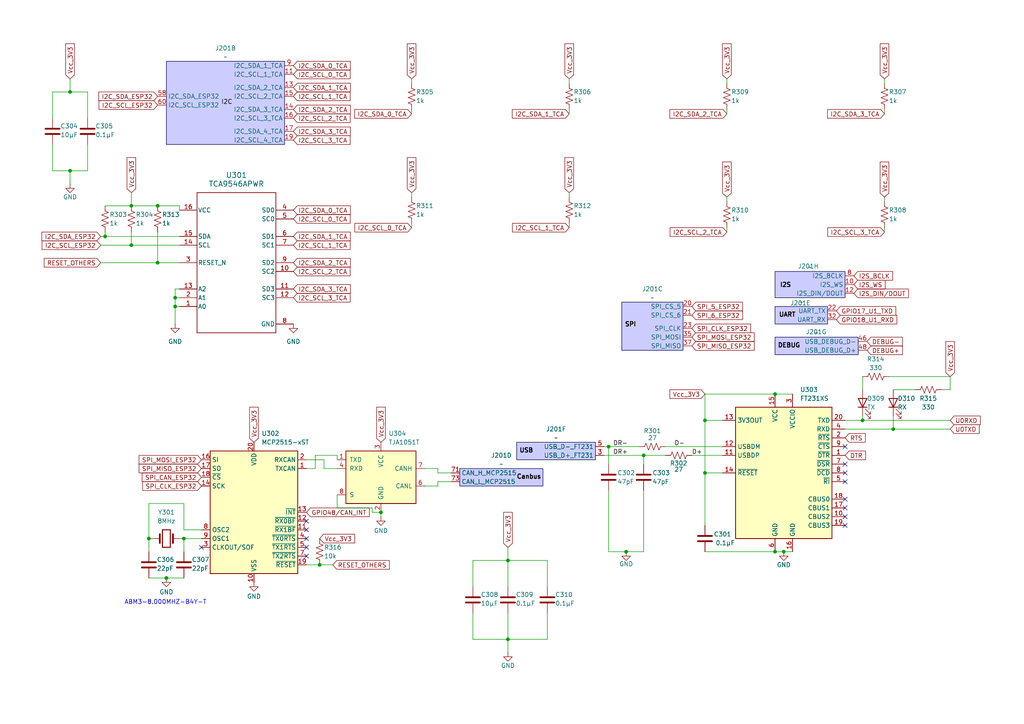
<source format=kicad_sch>
(kicad_sch (version 20231120) (generator "eeschema") (generator_version "8.0")
  (paper "A4")
  (lib_symbols
    (symbol "2024-07-09_21-28-53:TCA9546APWR" (pin_names (offset 0.254))
      (property "Reference" "U" (at 0 2.54 0))
      (property "Value" "TCA9546APWR" (at 0 0 0))
      (symbol "TCA9546APWR_0_1"
        (polyline (pts (xy 5.08 -35.56) (xy 27.94 -35.56)) (stroke (width 0.2032)))
        (polyline (pts (xy 5.08 5.08) (xy 5.08 -35.56)) (stroke (width 0.2032)))
        (polyline (pts (xy 27.94 -35.56) (xy 27.94 5.08)) (stroke (width 0.2032)))
        (polyline (pts (xy 27.94 5.08) (xy 5.08 5.08)) (stroke (width 0.2032)))
        (pin input line (at 0 -27.94 0) (length 5.08) (name "A0") (number "1"))
        (pin bidirectional line (at 33.02 -17.78 180) (length 5.08) (name "SC2") (number "10"))
        (pin bidirectional line (at 33.02 -22.86 180) (length 5.08) (name "SD3") (number "11"))
        (pin bidirectional line (at 33.02 -25.4 180) (length 5.08) (name "SC3") (number "12"))
        (pin input line (at 0 -22.86 0) (length 5.08) (name "A2") (number "13"))
        (pin bidirectional line (at 0 -10.16 0) (length 5.08) (name "SCL") (number "14"))
        (pin bidirectional line (at 0 -7.62 0) (length 5.08) (name "SDA") (number "15"))
        (pin power_in line (at 0 0 0) (length 5.08) (name "VCC") (number "16"))
        (pin input line (at 0 -25.4 0) (length 5.08) (name "A1") (number "2"))
        (pin input line (at 0 -15.24 0) (length 5.08) (name "RESET_N") (number "3"))
        (pin bidirectional line (at 33.02 0 180) (length 5.08) (name "SD0") (number "4"))
        (pin bidirectional line (at 33.02 -2.54 180) (length 5.08) (name "SC0") (number "5"))
        (pin bidirectional line (at 33.02 -7.62 180) (length 5.08) (name "SD1") (number "6"))
        (pin bidirectional line (at 33.02 -10.16 180) (length 5.08) (name "SC1") (number "7"))
        (pin power_in line (at 33.02 -33.02 180) (length 5.08) (name "GND") (number "8"))
        (pin bidirectional line (at 33.02 -15.24 180) (length 5.08) (name "SD2") (number "9"))
      )
    )
    (symbol "Device:C" (pin_numbers hide) (pin_names (offset 0.254))
      (property "Reference" "C" (at 0.635 2.54 0))
      (property "Value" "C" (at 0.635 -2.54 0))
      (symbol "C_0_1"
        (polyline (pts (xy -2.032 -0.762) (xy 2.032 -0.762)) (stroke (width 0.508)))
        (polyline (pts (xy -2.032 0.762) (xy 2.032 0.762)) (stroke (width 0.508)))
      )
      (symbol "C_1_1"
        (pin passive line (at 0 3.81 270) (length 2.794) (name "~") (number "1"))
        (pin passive line (at 0 -3.81 90) (length 2.794) (name "~") (number "2"))
      )
    )
    (symbol "Device:Crystal" (pin_numbers hide) (pin_names (offset 1.016) hide)
      (property "Reference" "Y" (at 0 3.81 0))
      (property "Value" "Crystal" (at 0 -3.81 0))
      (symbol "Crystal_0_1"
        (rectangle (start -1.143 2.54) (end 1.143 -2.54) (stroke (width 0.3048)))
        (polyline (pts (xy -2.54 0) (xy -1.905 0)))
        (polyline (pts (xy -1.905 -1.27) (xy -1.905 1.27)) (stroke (width 0.508)))
        (polyline (pts (xy 1.905 -1.27) (xy 1.905 1.27)) (stroke (width 0.508)))
        (polyline (pts (xy 2.54 0) (xy 1.905 0)))
      )
      (symbol "Crystal_1_1"
        (pin passive line (at -3.81 0 0) (length 1.27) (name "1") (number "1"))
        (pin passive line (at 3.81 0 180) (length 1.27) (name "2") (number "2"))
      )
    )
    (symbol "Device:LED" (pin_numbers hide) (pin_names (offset 1.016) hide)
      (property "Reference" "D" (at 0 2.54 0))
      (property "Value" "LED" (at 0 -2.54 0))
      (symbol "LED_0_1"
        (polyline (pts (xy -1.27 -1.27) (xy -1.27 1.27)) (stroke (width 0.254)))
        (polyline (pts (xy -1.27 0) (xy 1.27 0)))
        (polyline (pts (xy 1.27 -1.27) (xy 1.27 1.27) (xy -1.27 0) (xy 1.27 -1.27)) (stroke (width 0.254)))
        (polyline (pts (xy -3.048 -0.762) (xy -4.572 -2.286) (xy -3.81 -2.286) (xy -4.572 -2.286) (xy -4.572 -1.524)))
        (polyline (pts (xy -1.778 -0.762) (xy -3.302 -2.286) (xy -2.54 -2.286) (xy -3.302 -2.286) (xy -3.302 -1.524)))
      )
      (symbol "LED_1_1"
        (pin passive line (at -3.81 0 0) (length 2.54) (name "K") (number "1"))
        (pin passive line (at 3.81 0 180) (length 2.54) (name "A") (number "2"))
      )
    )
    (symbol "Device:R_US" (pin_numbers hide) (pin_names (offset 0))
      (property "Reference" "R" (at 2.54 0 90))
      (property "Value" "R_US" (at -2.54 0 90))
      (symbol "R_US_0_1"
        (polyline (pts (xy 0 -2.286) (xy 0 -2.54)))
        (polyline (pts (xy 0 2.286) (xy 0 2.54)))
        (polyline (pts (xy 0 -0.762) (xy 1.016 -1.143) (xy 0 -1.524) (xy -1.016 -1.905) (xy 0 -2.286)))
        (polyline (pts (xy 0 0.762) (xy 1.016 0.381) (xy 0 0) (xy -1.016 -0.381) (xy 0 -0.762)))
        (polyline (pts (xy 0 2.286) (xy 1.016 1.905) (xy 0 1.524) (xy -1.016 1.143) (xy 0 0.762)))
      )
      (symbol "R_US_1_1"
        (pin passive line (at 0 3.81 270) (length 1.27) (name "~") (number "1"))
        (pin passive line (at 0 -3.81 90) (length 1.27) (name "~") (number "2"))
      )
    )
    (symbol "Interface_CAN_LIN:MCP2515-xST"
      (property "Reference" "U" (at -10.16 19.685 0))
      (property "Value" "MCP2515-xST" (at 19.05 20.32 0))
      (symbol "MCP2515-xST_0_1"
        (rectangle (start -12.7 17.78) (end 12.7 -17.78) (stroke (width 0.254)) (fill (type background)))
      )
      (symbol "MCP2515-xST_1_1"
        (pin output line (at 15.24 12.7 180) (length 2.54) (name "TXCAN") (number "1"))
        (pin power_in line (at 0 -20.32 90) (length 2.54) (name "VSS") (number "10"))
        (pin output line (at 15.24 -5.08 180) (length 2.54) (name "~{RX1BF}") (number "11"))
        (pin output line (at 15.24 -2.54 180) (length 2.54) (name "~{RX0BF}") (number "12"))
        (pin output line (at 15.24 0 180) (length 2.54) (name "~{INT}") (number "13"))
        (pin input line (at -15.24 7.62 0) (length 2.54) (name "SCK") (number "14"))
        (pin no_connect line (at -12.7 -2.54 0) (length 2.54) hide (name "NC") (number "15"))
        (pin input line (at -15.24 15.24 0) (length 2.54) (name "SI") (number "16"))
        (pin output line (at -15.24 12.7 0) (length 2.54) (name "SO") (number "17"))
        (pin input line (at -15.24 10.16 0) (length 2.54) (name "~{CS}") (number "18"))
        (pin input line (at 15.24 -15.24 180) (length 2.54) (name "~{RESET}") (number "19"))
        (pin input line (at 15.24 15.24 180) (length 2.54) (name "RXCAN") (number "2"))
        (pin power_in line (at 0 20.32 270) (length 2.54) (name "VDD") (number "20"))
        (pin output line (at -15.24 -10.16 0) (length 2.54) (name "CLKOUT/SOF") (number "3"))
        (pin input line (at 15.24 -7.62 180) (length 2.54) (name "~{TX0RTS}") (number "4"))
        (pin input line (at 15.24 -10.16 180) (length 2.54) (name "~{TX1RTS}") (number "5"))
        (pin no_connect line (at -12.7 0 0) (length 2.54) hide (name "NC") (number "6"))
        (pin input line (at 15.24 -12.7 180) (length 2.54) (name "~{TX2RTS}") (number "7"))
        (pin output line (at -15.24 -5.08 0) (length 2.54) (name "OSC2") (number "8"))
        (pin input line (at -15.24 -7.62 0) (length 2.54) (name "OSC1") (number "9"))
      )
    )
    (symbol "Interface_CAN_LIN:TJA1051T" (pin_names (offset 1.016))
      (property "Reference" "U" (at -10.16 8.89 0))
      (property "Value" "TJA1051T" (at 1.27 8.89 0))
      (symbol "TJA1051T_0_1"
        (rectangle (start -10.16 7.62) (end 10.16 -7.62) (stroke (width 0.254)) (fill (type background)))
      )
      (symbol "TJA1051T_1_1"
        (pin input line (at -12.7 5.08 0) (length 2.54) (name "TXD") (number "1"))
        (pin power_in line (at 0 -10.16 90) (length 2.54) (name "GND") (number "2"))
        (pin power_in line (at 0 10.16 270) (length 2.54) (name "VCC") (number "3"))
        (pin output line (at -12.7 2.54 0) (length 2.54) (name "RXD") (number "4"))
        (pin no_connect line (at -10.16 -2.54 0) (length 2.54) hide (name "NC") (number "5"))
        (pin bidirectional line (at 12.7 -2.54 180) (length 2.54) (name "CANL") (number "6"))
        (pin bidirectional line (at 12.7 2.54 180) (length 2.54) (name "CANH") (number "7"))
        (pin input line (at -12.7 -5.08 0) (length 2.54) (name "S") (number "8"))
      )
    )
    (symbol "Interface_USB:FT231XS"
      (property "Reference" "U" (at -13.97 20.32 0))
      (property "Value" "FT231XS" (at 7.62 20.32 0))
      (symbol "FT231XS_0_1"
        (rectangle (start -13.97 19.05) (end 13.97 -19.05) (stroke (width 0.254)) (fill (type background)))
      )
      (symbol "FT231XS_1_1"
        (pin output line (at 17.78 5.08 180) (length 3.81) (name "~{DTR}") (number "1"))
        (pin bidirectional line (at 17.78 -12.7 180) (length 3.81) (name "CBUS2") (number "10"))
        (pin bidirectional line (at -17.78 5.08 0) (length 3.81) (name "USBDP") (number "11"))
        (pin bidirectional line (at -17.78 7.62 0) (length 3.81) (name "USBDM") (number "12"))
        (pin power_out line (at -17.78 15.24 0) (length 3.81) (name "3V3OUT") (number "13"))
        (pin input line (at -17.78 0 0) (length 3.81) (name "~{RESET}") (number "14"))
        (pin power_in line (at -2.54 22.86 270) (length 3.81) (name "VCC") (number "15"))
        (pin power_in line (at 2.54 -22.86 90) (length 3.81) (name "GND") (number "16"))
        (pin bidirectional line (at 17.78 -10.16 180) (length 3.81) (name "CBUS1") (number "17"))
        (pin bidirectional line (at 17.78 -7.62 180) (length 3.81) (name "CBUS0") (number "18"))
        (pin bidirectional line (at 17.78 -15.24 180) (length 3.81) (name "CBUS3") (number "19"))
        (pin output line (at 17.78 10.16 180) (length 3.81) (name "~{RTS}") (number "2"))
        (pin output line (at 17.78 15.24 180) (length 3.81) (name "TXD") (number "20"))
        (pin power_in line (at 2.54 22.86 270) (length 3.81) (name "VCCIO") (number "3"))
        (pin input line (at 17.78 12.7 180) (length 3.81) (name "RXD") (number "4"))
        (pin input line (at 17.78 -2.54 180) (length 3.81) (name "~{RI}") (number "5"))
        (pin power_in line (at -2.54 -22.86 90) (length 3.81) (name "GND") (number "6"))
        (pin input line (at 17.78 2.54 180) (length 3.81) (name "~{DSR}") (number "7"))
        (pin input line (at 17.78 0 180) (length 3.81) (name "~{DCD}") (number "8"))
        (pin input line (at 17.78 7.62 180) (length 3.81) (name "~{CTS}") (number "9"))
      )
    )
    (symbol "connecteur_m2_key_E:connecteur_SOM_ESP32"
      (property "Reference" "J" (at 0.254 16.51 0))
      (symbol "connecteur_SOM_ESP32_1_1"
        (rectangle (start -13.97 7.62) (end 13.97 -27.94) (stroke (width 0) (color 72 0 0 1)) (fill (type color) (color 255 0 0 0.52)))
        (text "Pins d'alimentation\n&\nResets" (at 0 -9.144 0) (effects (font (size 1.27 1.27) (bold yes))))
        (pin power_in line (at 16.51 6.35 180) (length 2.54) (name "GND") (number "1"))
        (pin power_in line (at 16.51 1.27 180) (length 2.54) (name "GND") (number "18"))
        (pin power_in line (at -16.51 6.35 0) (length 2.54) (name "Vcc_3v3") (number "2"))
        (pin power_in line (at 16.51 -1.27 180) (length 2.54) (name "GND") (number "33"))
        (pin power_in line (at 16.51 -3.81 180) (length 2.54) (name "GND") (number "38"))
        (pin power_in line (at 16.51 -6.35 180) (length 2.54) (name "GND") (number "39"))
        (pin power_in line (at -16.51 3.81 0) (length 2.54) (name "Vcc_3v3") (number "4"))
        (pin power_in line (at 16.51 -8.89 180) (length 2.54) (name "GND") (number "45"))
        (pin power_in line (at 16.51 -11.43 180) (length 2.54) (name "GND") (number "51"))
        (pin bidirectional line (at -16.51 1.27 0) (length 2.54) (name "RESET_AUTRES") (number "54"))
        (pin power_in line (at 16.51 -13.97 180) (length 2.54) (name "GND") (number "55"))
        (pin bidirectional line (at -16.51 -21.59 0) (length 2.54) (name "RESET_ESP32") (number "56"))
        (pin power_in line (at 16.51 -16.51 180) (length 2.54) (name "GND") (number "57"))
        (pin power_in line (at 16.51 -19.05 180) (length 2.54) (name "GND") (number "62"))
        (pin power_in line (at 16.51 -21.59 180) (length 2.54) (name "GND") (number "63"))
        (pin power_in line (at 16.51 -24.13 180) (length 2.54) (name "GND") (number "69"))
        (pin power_in line (at 16.51 3.81 180) (length 2.54) (name "GND") (number "7"))
        (pin power_in line (at -16.51 -24.13 0) (length 2.54) (name "Vcc_3v3") (number "72"))
        (pin power_in line (at -16.51 -26.67 0) (length 2.54) (name "Vcc_3v3") (number "74"))
        (pin power_in line (at 16.51 -26.67 180) (length 2.54) (name "GND") (number "75"))
      )
      (symbol "connecteur_SOM_ESP32_2_1"
        (rectangle (start -17.78 11.43) (end 16.51 -12.7) (stroke (width 0) (color 0 0 72 1)) (fill (type color) (color 0 0 255 0.2)))
        (text "I2C" (at -0.254 -0.254 0) (effects (font (size 1.27 1.27))))
        (pin bidirectional line (at 19.05 7.62 180) (length 2.54) (name "I2C_SCL_1_TCA") (number "11"))
        (pin bidirectional line (at 19.05 3.81 180) (length 2.54) (name "I2C_SDA_2_TCA") (number "13"))
        (pin bidirectional line (at 19.05 -2.54 180) (length 2.54) (name "I2C_SDA_3_TCA") (number "14"))
        (pin bidirectional line (at 19.05 1.27 180) (length 2.54) (name "I2C_SCL_2_TCA") (number "15"))
        (pin bidirectional line (at 19.05 -5.08 180) (length 2.54) (name "I2C_SCL_3_TCA") (number "16"))
        (pin bidirectional line (at 19.05 -8.89 180) (length 2.54) (name "I2C_SDA_4_TCA") (number "17"))
        (pin bidirectional line (at 19.05 -11.43 180) (length 2.54) (name "I2C_SCL_4_TCA") (number "19"))
        (pin bidirectional line (at -20.32 1.27 0) (length 2.54) (name "I2C_SDA_ESP32") (number "58"))
        (pin bidirectional line (at -20.32 -1.27 0) (length 2.54) (name "I2C_SCL_ESP32") (number "60"))
        (pin bidirectional line (at 19.05 10.16 180) (length 2.54) (name "I2C_SDA_1_TCA") (number "9"))
      )
      (symbol "connecteur_SOM_ESP32_3_1"
        (rectangle (start -2.54 6.35) (end 15.24 -7.62) (stroke (width 0) (color 0 0 72 1)) (fill (type color) (color 0 0 255 0.2)))
        (text "SPI" (at 0 0 0) (effects (font (size 1.27 1.27) (bold yes))))
        (pin bidirectional line (at 17.78 5.08 180) (length 2.54) (name "SPI_CS_5") (number "20"))
        (pin bidirectional line (at 17.78 2.54 180) (length 2.54) (name "SPI_CS_6") (number "21"))
        (pin bidirectional line (at 17.78 -1.27 180) (length 2.54) (name "SPI_CLK") (number "23"))
        (pin bidirectional line (at 17.78 -3.81 180) (length 2.54) (name "SPI_MOSI") (number "35"))
        (pin bidirectional line (at 17.78 -6.35 180) (length 2.54) (name "SPI_MISO") (number "37"))
      )
      (symbol "connecteur_SOM_ESP32_4_1"
        (rectangle (start -13.97 2.54) (end 10.16 -2.54) (stroke (width 0) (color 0 0 72 1)) (fill (type color) (color 0 0 255 0.2)))
        (text "Canbus" (at -9.906 0.254 0) (effects (font (size 1.27 1.27) (bold yes))))
        (pin bidirectional line (at 12.7 1.27 180) (length 2.54) (name "CAN_H_MCP2515") (number "71"))
        (pin bidirectional line (at 12.7 -1.27 180) (length 2.54) (name "CAN_L_MCP2515") (number "73"))
      )
      (symbol "connecteur_SOM_ESP32_5_1"
        (rectangle (start -3.81 2.54) (end 11.43 -2.54) (stroke (width 0) (color 0 0 72 1)) (fill (type color) (color 0 0 255 0.2)))
        (text "UART" (at -0.254 0.254 0) (effects (font (size 1.27 1.27) (bold yes))))
        (pin bidirectional line (at 13.97 1.27 180) (length 2.54) (name "UART_TX") (number "22"))
        (pin bidirectional line (at 13.97 -1.27 180) (length 2.54) (name "UART_RX") (number "32"))
      )
      (symbol "connecteur_SOM_ESP32_6_1"
        (rectangle (start -11.43 2.54) (end 11.43 -2.54) (stroke (width 0) (color 0 0 72 1)) (fill (type color) (color 0 0 255 0.2)))
        (text "USB" (at -8.636 0.254 0) (effects (font (size 1.27 1.27) (bold yes))))
        (pin bidirectional line (at 13.97 -1.27 180) (length 2.54) (name "USB_D+_FT231") (number "3"))
        (pin bidirectional line (at 13.97 1.27 180) (length 2.54) (name "USB_D-_FT231") (number "5"))
      )
      (symbol "connecteur_SOM_ESP32_7_1"
        (rectangle (start -12.7 2.54) (end 11.43 -2.54) (stroke (width 0) (color 0 0 72 1)) (fill (type color) (color 0 0 255 0.2)))
        (text "DEBUG" (at -8.636 0.254 0) (effects (font (size 1.27 1.27) (bold yes))))
        (pin bidirectional line (at 13.97 1.27 180) (length 2.54) (name "USB_DEBUG_D-") (number "46"))
        (pin bidirectional line (at 13.97 -1.27 180) (length 2.54) (name "USB_DEBUG_D+") (number "48"))
      )
      (symbol "connecteur_SOM_ESP32_8_1"
        (rectangle (start -8.89 5.08) (end 11.43 -2.54) (stroke (width 0) (color 0 0 72 1)) (fill (type color) (color 0 0 255 0.2)))
        (text "I2S" (at -5.842 1.27 0) (effects (font (size 1.27 1.27) (bold yes))))
        (pin bidirectional line (at 13.97 1.27 180) (length 2.54) (name "I2S_WS") (number "10"))
        (pin bidirectional line (at 13.97 -1.27 180) (length 2.54) (name "I2S_DIN/DOUT") (number "12"))
        (pin bidirectional line (at 13.97 3.81 180) (length 2.54) (name "I2S_BCLK") (number "8"))
      )
      (symbol "connecteur_SOM_ESP32_9_1"
        (rectangle (start -16.51 3.81) (end 16.51 -10.16) (fill (type color) (color 255 153 0 0.3)))
        (text "Pins analogue\n<-Input\nOutput->" (at -0.254 -5.842 0) (effects (font (size 1.27 1.27) (bold yes))))
        (pin bidirectional line (at -19.05 1.27 0) (length 2.54) (name "DAC_1_MCP48") (number "59"))
        (pin bidirectional line (at -19.05 -1.27 0) (length 2.54) (name "DAC_2_MCP48") (number "61"))
        (pin power_in line (at 19.05 1.27 180) (length 2.54) (name "ADC_1_MCP3202") (number "65"))
        (pin power_in line (at 19.05 -1.27 180) (length 2.54) (name "ADC_2_MCP3202") (number "67"))
      )
      (symbol "connecteur_SOM_ESP32_10_1"
        (rectangle (start -19.05 5.08) (end 6.35 -5.08) (stroke (width 0) (color 0 72 0 1)) (fill (type color) (color 0 132 0 0.3)))
        (text "Sortie PWM\n" (at -13.208 0.254 0) (effects (font (size 1.27 1.27))))
        (pin output line (at 8.89 3.81 180) (length 2.54) (name "PWM_1_PCA") (number "64"))
        (pin output line (at 8.89 1.27 180) (length 2.54) (name "PWM_2_PCA") (number "66"))
        (pin output line (at 8.89 -1.27 180) (length 2.54) (name "PWM_3_PCA") (number "68"))
        (pin output line (at 8.89 -3.81 180) (length 2.54) (name "PWM_4_PCA") (number "70"))
      )
      (symbol "connecteur_SOM_ESP32_11_1"
        (rectangle (start -12.7 7.62) (end 13.97 -5.08) (stroke (width 0) (color 0 72 0 1)) (fill (type color) (color 0 132 0 0.3)))
        (text "ESP32\n" (at 0.508 -2.794 0) (effects (font (size 1.27 1.27))))
        (text "GPIO pins" (at 0.508 5.842 0) (effects (font (size 1.27 1.27))))
        (pin bidirectional line (at 16.51 -1.27 180) (length 2.54) (name "GPIO47") (number "34"))
        (pin bidirectional line (at 16.51 -3.81 180) (length 2.54) (name "GPIO48") (number "36"))
        (pin bidirectional line (at -15.24 6.35 0) (length 2.54) (name "GPIO15") (number "40"))
        (pin bidirectional line (at -15.24 3.81 0) (length 2.54) (name "GPIO16") (number "41"))
        (pin bidirectional line (at -15.24 1.27 0) (length 2.54) (name "NC") (number "42"))
        (pin bidirectional line (at -15.24 -1.27 0) (length 2.54) (name "NC") (number "43"))
        (pin bidirectional line (at -15.24 -3.81 0) (length 2.54) (name "NC") (number "44"))
        (pin bidirectional line (at 16.51 6.35 180) (length 2.54) (name "NC") (number "52"))
        (pin bidirectional line (at 16.51 3.81 180) (length 2.54) (name "NC") (number "53"))
        (pin bidirectional line (at 16.51 1.27 180) (length 2.54) (name "GPIO38&LED") (number "6"))
      )
      (symbol "connecteur_SOM_ESP32_12_1"
        (rectangle (start -8.89 3.81) (end 8.89 -3.81) (fill (type color) (color 255 255 0 0.4)))
        (text "Sortie\nclock" (at -5.334 0 0) (effects (font (size 1.27 1.27) (bold yes))))
        (pin output line (at 11.43 2.54 180) (length 2.54) (name "REFCLKn/NC") (number "47"))
        (pin output line (at 11.43 0 180) (length 2.54) (name "REFCLKp/NC") (number "49"))
        (pin output line (at 11.43 -2.54 180) (length 2.54) (name "SUSCLK") (number "50"))
      )
    )
    (symbol "power:GND" (power) (pin_numbers hide) (pin_names (offset 0) hide)
      (property "Value" "GND" (at 0 -3.81 0))
      (symbol "GND_0_1"
        (polyline (pts (xy 0 0) (xy 0 -1.27) (xy 1.27 -1.27) (xy 0 -2.54) (xy -1.27 -1.27) (xy 0 -1.27)))
      )
      (symbol "GND_1_1"
        (pin power_in line (at 0 0 270) (length 0) (name "~") (number "1"))
      )
    )
  )
  (junction (at 110.49 148.59))
  (junction (at 181.61 160.02))
  (junction (at 92.71 163.83))
  (junction (at 45.72 76.2))
  (junction (at 227.33 160.02))
  (junction (at 38.1 71.12))
  (junction (at 250.19 121.92))
  (junction (at 259.08 124.46))
  (junction (at 50.8 88.9))
  (junction (at 48.26 167.64))
  (junction (at 224.79 160.02))
  (junction (at 38.1 59.69))
  (junction (at 20.32 49.53))
  (junction (at 147.32 162.56))
  (junction (at 50.8 86.36))
  (junction (at 147.32 185.42))
  (junction (at 186.69 132.08))
  (junction (at 20.32 26.67))
  (junction (at 45.72 59.69))
  (junction (at 204.47 137.16))
  (junction (at 53.34 156.21))
  (junction (at 204.47 121.92))
  (junction (at 176.53 129.54))
  (junction (at 224.79 114.3))
  (junction (at 43.18 156.21))
  (junction (at 30.48 68.58))
  (no_connect (at 88.9 161.29))
  (no_connect (at 245.11 147.32))
  (no_connect (at 245.11 139.7))
  (no_connect (at 245.11 144.78))
  (no_connect (at 88.9 153.67))
  (no_connect (at 88.9 151.13))
  (no_connect (at 88.9 158.75))
  (no_connect (at 88.9 156.21))
  (no_connect (at 245.11 129.54))
  (no_connect (at 58.42 158.75))
  (no_connect (at 245.11 149.86))
  (no_connect (at 245.11 134.62))
  (no_connect (at 245.11 152.4))
  (no_connect (at 245.11 137.16))
  (wire (pts (xy 123.19 135.89) (xy 127 135.89)))
  (wire (pts (xy 44.45 156.21) (xy 43.18 156.21)))
  (wire (pts (xy 52.07 156.21) (xy 53.34 156.21)))
  (wire (pts (xy 256.54 22.86) (xy 256.54 24.13)))
  (wire (pts (xy 245.11 121.92) (xy 250.19 121.92)))
  (wire (pts (xy 97.79 147.32) (xy 107.95 147.32)))
  (wire (pts (xy 147.32 162.56) (xy 158.75 162.56)))
  (wire (pts (xy 186.69 142.24) (xy 186.69 160.02)))
  (wire (pts (xy 176.53 142.24) (xy 176.53 160.02)))
  (wire (pts (xy 38.1 59.69) (xy 30.48 59.69)))
  (wire (pts (xy 204.47 121.92) (xy 209.55 121.92)))
  (wire (pts (xy 45.72 76.2) (xy 52.07 76.2)))
  (wire (pts (xy 53.34 156.21) (xy 58.42 156.21)))
  (wire (pts (xy 53.34 146.05) (xy 53.34 153.67)))
  (wire (pts (xy 227.33 160.02) (xy 229.87 160.02)))
  (wire (pts (xy 204.47 121.92) (xy 204.47 114.3)))
  (wire (pts (xy 119.38 64.77) (xy 119.38 66.04)))
  (wire (pts (xy 137.16 170.18) (xy 137.16 162.56)))
  (wire (pts (xy 176.53 129.54) (xy 175.26 129.54)))
  (wire (pts (xy 185.42 129.54) (xy 176.53 129.54)))
  (wire (pts (xy 29.21 68.58) (xy 30.48 68.58)))
  (wire (pts (xy 147.32 189.23) (xy 147.32 185.42)))
  (wire (pts (xy 127 140.97) (xy 127 139.7)))
  (wire (pts (xy 165.1 64.77) (xy 165.1 66.04)))
  (wire (pts (xy 137.16 185.42) (xy 137.16 177.8)))
  (wire (pts (xy 97.79 132.08) (xy 97.79 133.35)))
  (wire (pts (xy 58.42 153.67) (xy 53.34 153.67)))
  (wire (pts (xy 250.19 120.65) (xy 250.19 121.92)))
  (wire (pts (xy 29.21 71.12) (xy 38.1 71.12)))
  (wire (pts (xy 186.69 160.02) (xy 181.61 160.02)))
  (wire (pts (xy 186.69 132.08) (xy 186.69 134.62)))
  (wire (pts (xy 257.81 109.22) (xy 275.59 109.22)))
  (wire (pts (xy 93.98 135.89) (xy 97.79 135.89)))
  (wire (pts (xy 147.32 185.42) (xy 158.75 185.42)))
  (wire (pts (xy 15.24 34.29) (xy 15.24 26.67)))
  (wire (pts (xy 52.07 59.69) (xy 45.72 59.69)))
  (wire (pts (xy 50.8 83.82) (xy 50.8 86.36)))
  (wire (pts (xy 210.82 22.86) (xy 210.82 24.13)))
  (wire (pts (xy 93.98 133.35) (xy 93.98 135.89)))
  (wire (pts (xy 175.26 132.08) (xy 186.69 132.08)))
  (wire (pts (xy 53.34 146.05) (xy 43.18 146.05)))
  (wire (pts (xy 200.66 132.08) (xy 209.55 132.08)))
  (wire (pts (xy 137.16 162.56) (xy 147.32 162.56)))
  (wire (pts (xy 30.48 67.31) (xy 30.48 68.58)))
  (wire (pts (xy 123.19 140.97) (xy 127 140.97)))
  (wire (pts (xy 92.71 163.83) (xy 96.52 163.83)))
  (wire (pts (xy 38.1 67.31) (xy 38.1 71.12)))
  (wire (pts (xy 193.04 129.54) (xy 209.55 129.54)))
  (wire (pts (xy 52.07 83.82) (xy 50.8 83.82)))
  (wire (pts (xy 20.32 26.67) (xy 25.4 26.67)))
  (wire (pts (xy 127 135.89) (xy 127 137.16)))
  (wire (pts (xy 25.4 26.67) (xy 25.4 34.29)))
  (wire (pts (xy 250.19 121.92) (xy 275.59 121.92)))
  (wire (pts (xy 43.18 167.64) (xy 48.26 167.64)))
  (wire (pts (xy 127 139.7) (xy 130.81 139.7)))
  (wire (pts (xy 204.47 160.02) (xy 224.79 160.02)))
  (wire (pts (xy 275.59 113.03) (xy 273.05 113.03)))
  (wire (pts (xy 50.8 93.98) (xy 50.8 88.9)))
  (wire (pts (xy 275.59 109.22) (xy 275.59 113.03)))
  (wire (pts (xy 147.32 177.8) (xy 147.32 185.42)))
  (wire (pts (xy 259.08 120.65) (xy 259.08 124.46)))
  (wire (pts (xy 43.18 156.21) (xy 43.18 160.02)))
  (wire (pts (xy 50.8 86.36) (xy 52.07 86.36)))
  (wire (pts (xy 127 137.16) (xy 130.81 137.16)))
  (wire (pts (xy 50.8 88.9) (xy 52.07 88.9)))
  (wire (pts (xy 137.16 185.42) (xy 147.32 185.42)))
  (wire (pts (xy 30.48 68.58) (xy 52.07 68.58)))
  (wire (pts (xy 38.1 71.12) (xy 52.07 71.12)))
  (wire (pts (xy 256.54 66.04) (xy 256.54 67.31)))
  (wire (pts (xy 176.53 129.54) (xy 176.53 134.62)))
  (wire (pts (xy 15.24 26.67) (xy 20.32 26.67)))
  (wire (pts (xy 52.07 60.96) (xy 52.07 59.69)))
  (wire (pts (xy 91.44 132.08) (xy 97.79 132.08)))
  (wire (pts (xy 15.24 49.53) (xy 15.24 41.91)))
  (wire (pts (xy 88.9 135.89) (xy 91.44 135.89)))
  (wire (pts (xy 158.75 177.8) (xy 158.75 185.42)))
  (wire (pts (xy 20.32 49.53) (xy 25.4 49.53)))
  (wire (pts (xy 45.72 67.31) (xy 45.72 76.2)))
  (wire (pts (xy 88.9 133.35) (xy 93.98 133.35)))
  (wire (pts (xy 92.71 163.83) (xy 88.9 163.83)))
  (wire (pts (xy 43.18 146.05) (xy 43.18 156.21)))
  (wire (pts (xy 53.34 156.21) (xy 53.34 160.02)))
  (wire (pts (xy 20.32 49.53) (xy 15.24 49.53)))
  (wire (pts (xy 165.1 31.75) (xy 165.1 33.02)))
  (wire (pts (xy 38.1 55.88) (xy 38.1 59.69)))
  (wire (pts (xy 107.95 148.59) (xy 110.49 148.59)))
  (wire (pts (xy 119.38 55.88) (xy 119.38 57.15)))
  (wire (pts (xy 210.82 57.15) (xy 210.82 58.42)))
  (wire (pts (xy 119.38 22.86) (xy 119.38 24.13)))
  (wire (pts (xy 45.72 59.69) (xy 38.1 59.69)))
  (wire (pts (xy 91.44 135.89) (xy 91.44 132.08)))
  (wire (pts (xy 147.32 158.75) (xy 147.32 162.56)))
  (wire (pts (xy 119.38 31.75) (xy 119.38 33.02)))
  (wire (pts (xy 256.54 31.75) (xy 256.54 33.02)))
  (wire (pts (xy 20.32 22.86) (xy 20.32 26.67)))
  (wire (pts (xy 45.72 76.2) (xy 29.21 76.2)))
  (wire (pts (xy 204.47 114.3) (xy 224.79 114.3)))
  (wire (pts (xy 204.47 137.16) (xy 204.47 152.4)))
  (wire (pts (xy 158.75 162.56) (xy 158.75 170.18)))
  (wire (pts (xy 186.69 132.08) (xy 193.04 132.08)))
  (wire (pts (xy 48.26 167.64) (xy 53.34 167.64)))
  (wire (pts (xy 224.79 114.3) (xy 229.87 114.3)))
  (wire (pts (xy 250.19 109.22) (xy 250.19 113.03)))
  (wire (pts (xy 147.32 162.56) (xy 147.32 170.18)))
  (wire (pts (xy 210.82 66.04) (xy 210.82 67.31)))
  (wire (pts (xy 110.49 149.86) (xy 110.49 148.59)))
  (wire (pts (xy 259.08 113.03) (xy 265.43 113.03)))
  (wire (pts (xy 25.4 41.91) (xy 25.4 49.53)))
  (wire (pts (xy 97.79 143.51) (xy 97.79 147.32)))
  (wire (pts (xy 165.1 22.86) (xy 165.1 24.13)))
  (wire (pts (xy 259.08 124.46) (xy 275.59 124.46)))
  (wire (pts (xy 209.55 137.16) (xy 204.47 137.16)))
  (wire (pts (xy 50.8 86.36) (xy 50.8 88.9)))
  (wire (pts (xy 256.54 57.15) (xy 256.54 58.42)))
  (wire (pts (xy 107.95 147.32) (xy 107.95 148.59)))
  (wire (pts (xy 165.1 55.88) (xy 165.1 57.15)))
  (wire (pts (xy 176.53 160.02) (xy 181.61 160.02)))
  (wire (pts (xy 224.79 160.02) (xy 227.33 160.02)))
  (wire (pts (xy 20.32 53.34) (xy 20.32 49.53)))
  (wire (pts (xy 210.82 31.75) (xy 210.82 33.02)))
  (wire (pts (xy 245.11 124.46) (xy 259.08 124.46)))
  (wire (pts (xy 204.47 137.16) (xy 204.47 121.92)))
  (text "ABM3-8.000MHZ-B4Y-T\n" (at 48.006 174.752 0) (effects (font (size 1.27 1.27))))
  (label "DR-" (at 177.8 129.54 0))
  (label "D+" (at 200.66 132.08 0))
  (label "D-" (at 195.58 129.54 0))
  (label "DR+" (at 177.8 132.08 0))
  (global_label "I2C_SCL_1_TCA" (shape input) (at 85.09 27.94 0) (property "Intersheetrefs" "${INTERSHEET_REFS}" (effects (hide yes))))
  (global_label "I2C_SCL_0_TCA" (shape input) (at 119.38 66.04 180) (property "Intersheetrefs" "${INTERSHEET_REFS}" (effects (hide yes))))
  (global_label "U0TXD" (shape input) (at 275.59 124.46 0) (property "Intersheetrefs" "${INTERSHEET_REFS}" (effects (hide yes))))
  (global_label "Vcc_3V3" (shape input) (at 119.38 55.88 90) (property "Intersheetrefs" "${INTERSHEET_REFS}" (effects (hide yes))))
  (global_label "U0RXD" (shape input) (at 275.59 121.92 0) (property "Intersheetrefs" "${INTERSHEET_REFS}" (effects (hide yes))))
  (global_label "I2C_SCL_1_TCA" (shape input) (at 165.1 66.04 180) (property "Intersheetrefs" "${INTERSHEET_REFS}" (effects (hide yes))))
  (global_label "Vcc_3V3" (shape input) (at 275.59 109.22 90) (property "Intersheetrefs" "${INTERSHEET_REFS}" (effects (hide yes))))
  (global_label "Vcc_3V3" (shape input) (at 256.54 57.15 90) (property "Intersheetrefs" "${INTERSHEET_REFS}" (effects (hide yes))))
  (global_label "RTS" (shape input) (at 245.11 127 0) (property "Intersheetrefs" "${INTERSHEET_REFS}" (effects (hide yes))))
  (global_label "I2C_SDA_0_TCA" (shape input) (at 85.09 60.96 0) (property "Intersheetrefs" "${INTERSHEET_REFS}" (effects (hide yes))))
  (global_label "SPI_MOSI_ESP32" (shape input) (at 58.42 133.35 180) (property "Intersheetrefs" "${INTERSHEET_REFS}" (effects (hide yes))))
  (global_label "I2C_SDA_ESP32" (shape input) (at 45.72 27.94 180) (property "Intersheetrefs" "${INTERSHEET_REFS}" (effects (hide yes))))
  (global_label "I2C_SDA_2_TCA" (shape input) (at 210.82 33.02 180) (property "Intersheetrefs" "${INTERSHEET_REFS}" (effects (hide yes))))
  (global_label "Vcc_3V3" (shape input) (at 147.32 158.75 90) (property "Intersheetrefs" "${INTERSHEET_REFS}" (effects (hide yes))))
  (global_label "I2C_SDA_ESP32" (shape input) (at 29.21 68.58 180) (property "Intersheetrefs" "${INTERSHEET_REFS}" (effects (hide yes))))
  (global_label "I2C_SCL_0_TCA" (shape input) (at 85.09 63.5 0) (property "Intersheetrefs" "${INTERSHEET_REFS}" (effects (hide yes))))
  (global_label "I2C_SCL_ESP32" (shape input) (at 29.21 71.12 180) (property "Intersheetrefs" "${INTERSHEET_REFS}" (effects (hide yes))))
  (global_label "I2C_SCL_2_TCA" (shape input) (at 210.82 67.31 180) (property "Intersheetrefs" "${INTERSHEET_REFS}" (effects (hide yes))))
  (global_label "I2C_SCL_1_TCA" (shape input) (at 85.09 71.12 0) (property "Intersheetrefs" "${INTERSHEET_REFS}" (effects (hide yes))))
  (global_label "RESET_OTHERS" (shape input) (at 29.21 76.2 180) (property "Intersheetrefs" "${INTERSHEET_REFS}" (effects (hide yes))))
  (global_label "Vcc_3V3" (shape input) (at 204.47 114.3 180) (property "Intersheetrefs" "${INTERSHEET_REFS}" (effects (hide yes))))
  (global_label "I2S_DIN{slash}DOUT" (shape input) (at 247.65 85.09 0) (property "Intersheetrefs" "${INTERSHEET_REFS}" (effects (hide yes))))
  (global_label "GPIO48{slash}CAN_INT" (shape input) (at 88.9 148.59 0) (property "Intersheetrefs" "${INTERSHEET_REFS}" (effects (hide yes))))
  (global_label "I2C_SDA_3_TCA" (shape input) (at 85.09 38.1 0) (property "Intersheetrefs" "${INTERSHEET_REFS}" (effects (hide yes))))
  (global_label "Vcc_3V3" (shape input) (at 73.66 128.27 90) (property "Intersheetrefs" "${INTERSHEET_REFS}" (effects (hide yes))))
  (global_label "Vcc_3V3" (shape input) (at 110.49 128.27 90) (property "Intersheetrefs" "${INTERSHEET_REFS}" (effects (hide yes))))
  (global_label "I2C_SCL_2_TCA" (shape input) (at 85.09 34.29 0) (property "Intersheetrefs" "${INTERSHEET_REFS}" (effects (hide yes))))
  (global_label "GPIO18_U1_RXD" (shape input) (at 242.57 92.71 0) (property "Intersheetrefs" "${INTERSHEET_REFS}" (effects (hide yes))))
  (global_label "I2C_SDA_1_TCA" (shape input) (at 85.09 68.58 0) (property "Intersheetrefs" "${INTERSHEET_REFS}" (effects (hide yes))))
  (global_label "DEBUG-" (shape input) (at 251.46 99.06 0) (property "Intersheetrefs" "${INTERSHEET_REFS}" (effects (hide yes))))
  (global_label "Vcc_3V3" (shape input) (at 210.82 22.86 90) (property "Intersheetrefs" "${INTERSHEET_REFS}" (effects (hide yes))))
  (global_label "Vcc_3V3" (shape input) (at 210.82 57.15 90) (property "Intersheetrefs" "${INTERSHEET_REFS}" (effects (hide yes))))
  (global_label "SPI_CLK_ESP32" (shape input) (at 58.42 140.97 180) (property "Intersheetrefs" "${INTERSHEET_REFS}" (effects (hide yes))))
  (global_label "Vcc_3V3" (shape input) (at 119.38 22.86 90) (property "Intersheetrefs" "${INTERSHEET_REFS}" (effects (hide yes))))
  (global_label "Vcc_3V3" (shape input) (at 38.1 55.88 90) (property "Intersheetrefs" "${INTERSHEET_REFS}" (effects (hide yes))))
  (global_label "I2C_SDA_1_TCA" (shape input) (at 85.09 25.4 0) (property "Intersheetrefs" "${INTERSHEET_REFS}" (effects (hide yes))))
  (global_label "SPI_6_ESP32" (shape input) (at 200.66 91.44 0) (property "Intersheetrefs" "${INTERSHEET_REFS}" (effects (hide yes))))
  (global_label "SPI_CAN_ESP32" (shape input) (at 58.42 138.43 180) (property "Intersheetrefs" "${INTERSHEET_REFS}" (effects (hide yes))))
  (global_label "SPI_5_ESP32" (shape input) (at 200.66 88.9 0) (property "Intersheetrefs" "${INTERSHEET_REFS}" (effects (hide yes))))
  (global_label "I2C_SDA_3_TCA" (shape input) (at 256.54 33.02 180) (property "Intersheetrefs" "${INTERSHEET_REFS}" (effects (hide yes))))
  (global_label "DTR" (shape input) (at 245.11 132.08 0) (property "Intersheetrefs" "${INTERSHEET_REFS}" (effects (hide yes))))
  (global_label "I2S_WS" (shape input) (at 247.65 82.55 0) (property "Intersheetrefs" "${INTERSHEET_REFS}" (effects (hide yes))))
  (global_label "SPI_CLK_ESP32" (shape input) (at 200.66 95.25 0) (property "Intersheetrefs" "${INTERSHEET_REFS}" (effects (hide yes))))
  (global_label "Vcc_3V3" (shape input) (at 256.54 22.86 90) (property "Intersheetrefs" "${INTERSHEET_REFS}" (effects (hide yes))))
  (global_label "GPIO17_U1_TXD" (shape input) (at 242.57 90.17 0) (property "Intersheetrefs" "${INTERSHEET_REFS}" (effects (hide yes))))
  (global_label "I2C_SDA_2_TCA" (shape input) (at 85.09 31.75 0) (property "Intersheetrefs" "${INTERSHEET_REFS}" (effects (hide yes))))
  (global_label "I2C_SDA_2_TCA" (shape input) (at 85.09 76.2 0) (property "Intersheetrefs" "${INTERSHEET_REFS}" (effects (hide yes))))
  (global_label "DEBUG+" (shape input) (at 251.46 101.6 0) (property "Intersheetrefs" "${INTERSHEET_REFS}" (effects (hide yes))))
  (global_label "I2C_SCL_3_TCA" (shape input) (at 85.09 86.36 0) (property "Intersheetrefs" "${INTERSHEET_REFS}" (effects (hide yes))))
  (global_label "Vcc_3V3" (shape input) (at 20.32 22.86 90) (property "Intersheetrefs" "${INTERSHEET_REFS}" (effects (hide yes))))
  (global_label "Vcc_3V3" (shape input) (at 165.1 22.86 90) (property "Intersheetrefs" "${INTERSHEET_REFS}" (effects (hide yes))))
  (global_label "I2C_SCL_3_TCA" (shape input) (at 85.09 40.64 0) (property "Intersheetrefs" "${INTERSHEET_REFS}" (effects (hide yes))))
  (global_label "I2C_SDA_3_TCA" (shape input) (at 85.09 83.82 0) (property "Intersheetrefs" "${INTERSHEET_REFS}" (effects (hide yes))))
  (global_label "SPI_MISO_ESP32" (shape input) (at 200.66 100.33 0) (property "Intersheetrefs" "${INTERSHEET_REFS}" (effects (hide yes))))
  (global_label "I2C_SCL_ESP32" (shape input) (at 45.72 30.48 180) (property "Intersheetrefs" "${INTERSHEET_REFS}" (effects (hide yes))))
  (global_label "I2C_SCL_0_TCA" (shape input) (at 85.09 21.59 0) (property "Intersheetrefs" "${INTERSHEET_REFS}" (effects (hide yes))))
  (global_label "Vcc_3V3" (shape input) (at 165.1 55.88 90) (property "Intersheetrefs" "${INTERSHEET_REFS}" (effects (hide yes))))
  (global_label "I2C_SDA_1_TCA" (shape input) (at 165.1 33.02 180) (property "Intersheetrefs" "${INTERSHEET_REFS}" (effects (hide yes))))
  (global_label "I2C_SCL_2_TCA" (shape input) (at 85.09 78.74 0) (property "Intersheetrefs" "${INTERSHEET_REFS}" (effects (hide yes))))
  (global_label "I2C_SDA_0_TCA" (shape input) (at 119.38 33.02 180) (property "Intersheetrefs" "${INTERSHEET_REFS}" (effects (hide yes))))
  (global_label "SPI_MISO_ESP32" (shape input) (at 58.42 135.89 180) (property "Intersheetrefs" "${INTERSHEET_REFS}" (effects (hide yes))))
  (global_label "RESET_OTHERS" (shape input) (at 96.52 163.83 0) (property "Intersheetrefs" "${INTERSHEET_REFS}" (effects (hide yes))))
  (global_label "SPI_MOSI_ESP32" (shape input) (at 200.66 97.79 0) (property "Intersheetrefs" "${INTERSHEET_REFS}" (effects (hide yes))))
  (global_label "I2C_SCL_3_TCA" (shape input) (at 256.54 67.31 180) (property "Intersheetrefs" "${INTERSHEET_REFS}" (effects (hide yes))))
  (global_label "Vcc_3V3" (shape input) (at 92.71 156.21 0) (property "Intersheetrefs" "${INTERSHEET_REFS}" (effects (hide yes))))
  (global_label "I2S_BCLK" (shape input) (at 247.65 80.01 0) (property "Intersheetrefs" "${INTERSHEET_REFS}" (effects (hide yes))))
  (global_label "I2C_SDA_0_TCA" (shape input) (at 85.09 19.05 0) (property "Intersheetrefs" "${INTERSHEET_REFS}" (effects (hide yes))))
  (symbol (lib_id "Device:R_US") (at 254 109.22 90) (unit 1)
    (property "Reference" "R314" (at 254 104.14 90))
    (property "Value" "330" (at 254 106.68 90))
    (property "Footprint" "Resistor_SMD:R_0805_2012Metric" (effects (hide yes)))
    (property "Description" "Resistor, US symbol" (effects (hide yes)))
  )
  (symbol (lib_id "power:GND") (at 147.32 189.23 0) (unit 1)
    (property "Reference" "#PWR0317" (effects (hide yes)))
    (property "Value" "GND" (at 147.32 193.04 0))
    (property "Description" "Power symbol creates a global label with name \"GND\" , ground" (effects (hide yes)))
  )
  (symbol (lib_id "Interface_CAN_LIN:TJA1051T") (at 110.49 138.43 0) (unit 1)
    (property "Reference" "U304" (at 112.6841 125.73 0) (effects (justify left)))
    (property "Value" "TJA1051T" (at 112.6841 128.27 0) (effects (justify left)))
    (property "Footprint" "Package_SO:SOIC-8_3.9x4.9mm_P1.27mm" (effects (hide yes)))
    (property "Datasheet" "http://www.nxp.com/docs/en/data-sheet/TJA1051.pdf" (effects (hide yes)))
    (property "Description" "High-Speed CAN Transceiver, silent mode, SOIC-8" (effects (hide yes)))
  )
  (symbol (lib_id "power:GND") (at 110.49 149.86 0) (unit 1)
    (property "Reference" "#PWR0314" (effects (hide yes)))
    (property "Value" "GND" (at 110.49 153.924 0))
    (property "Description" "Power symbol creates a global label with name \"GND\" , ground" (effects (hide yes)))
  )
  (symbol (lib_id "Interface_USB:FT231XS") (at 227.33 137.16 0) (unit 1)
    (property "Reference" "U303" (at 232.0641 113.03 0) (effects (justify left)))
    (property "Value" "FT231XS" (at 232.0641 115.57 0) (effects (justify left)))
    (property "Footprint" "Package_SO:SSOP-20_3.9x8.7mm_P0.635mm" (effects (hide yes)))
    (property "Datasheet" "https://www.ftdichip.com/Support/Documents/DataSheets/ICs/DS_FT231X.pdf" (effects (hide yes)))
    (property "Description" "Full Speed USB to Full Handshake UART, SSOP-20" (effects (hide yes)))
  )
  (symbol (lib_id "connecteur_m2_key_E:connecteur_SOM_ESP32") (at 228.6 91.44 0) (unit 5)
    (property "Reference" "J201" (at 232.156 87.884 0))
    (property "Value" "~" (at 232.41 87.63 0))
    (property "Footprint" "connecteur_M2_key_E:NGFF_E" (effects (hide yes)))
  )
  (symbol (lib_id "Device:R_US") (at 256.54 27.94 0) (unit 1)
    (property "Reference" "R307" (at 257.81 26.67 0) (effects (justify left)))
    (property "Value" "1k" (at 257.81 29.21 0) (effects (justify left)))
    (property "Footprint" "Resistor_SMD:R_0805_2012Metric" (effects (hide yes)))
    (property "Description" "Resistor, US symbol" (effects (hide yes)))
  )
  (symbol (lib_id "Device:LED") (at 250.19 116.84 90) (unit 1)
    (property "Reference" "D309" (at 251.46 115.57 90) (effects (justify right)))
    (property "Value" "TX" (at 251.46 118.11 90) (effects (justify right)))
    (property "Footprint" "LED_SMD:LED_0805_2012Metric" (effects (hide yes)))
    (property "Description" "Light emitting diode" (effects (hide yes)))
  )
  (symbol (lib_id "power:GND") (at 50.8 93.98 0) (unit 1)
    (property "Reference" "#PWR0311" (effects (hide yes)))
    (property "Value" "GND" (at 50.8 99.06 0))
    (property "Description" "Power symbol creates a global label with name \"GND\" , ground" (effects (hide yes)))
  )
  (symbol (lib_id "Device:R_US") (at 119.38 27.94 0) (unit 1)
    (property "Reference" "R305" (at 120.65 26.67 0) (effects (justify left)))
    (property "Value" "1k" (at 120.65 29.21 0) (effects (justify left)))
    (property "Footprint" "Resistor_SMD:R_0805_2012Metric" (effects (hide yes)))
    (property "Description" "Resistor, US symbol" (effects (hide yes)))
  )
  (symbol (lib_id "Device:R_US") (at 210.82 27.94 0) (unit 1)
    (property "Reference" "R309" (at 212.09 26.67 0) (effects (justify left)))
    (property "Value" "1k" (at 212.09 29.21 0) (effects (justify left)))
    (property "Footprint" "Resistor_SMD:R_0805_2012Metric" (effects (hide yes)))
    (property "Description" "Resistor, US symbol" (effects (hide yes)))
  )
  (symbol (lib_id "connecteur_m2_key_E:connecteur_SOM_ESP32") (at 143.51 138.43 0) (mirror y) (unit 4)
    (property "Reference" "J201" (at 145.415 132.08 0))
    (property "Value" "~" (at 145.415 134.62 0))
    (property "Footprint" "connecteur_M2_key_E:NGFF_E" (effects (hide yes)))
  )
  (symbol (lib_id "power:GND") (at 20.32 53.34 0) (unit 1)
    (property "Reference" "#PWR0313" (effects (hide yes)))
    (property "Value" "GND" (at 20.32 57.15 0))
    (property "Description" "Power symbol creates a global label with name \"GND\" , ground" (effects (hide yes)))
  )
  (symbol (lib_id "Device:R_US") (at 38.1 63.5 0) (unit 1)
    (property "Reference" "R304" (at 39.37 62.23 0) (effects (justify left)))
    (property "Value" "1k" (at 39.37 64.77 0) (effects (justify left)))
    (property "Footprint" "Resistor_SMD:R_0805_2012Metric" (effects (hide yes)))
    (property "Description" "Resistor, US symbol" (effects (hide yes)))
  )
  (symbol (lib_id "connecteur_m2_key_E:connecteur_SOM_ESP32") (at 237.49 100.33 0) (unit 7)
    (property "Reference" "J201" (at 236.728 96.266 0))
    (property "Value" "~" (at 236.855 96.52 0))
    (property "Footprint" "connecteur_M2_key_E:NGFF_E" (effects (hide yes)))
  )
  (symbol (lib_id "power:GND") (at 73.66 168.91 0) (unit 1)
    (property "Reference" "#PWR0315" (effects (hide yes)))
    (property "Value" "GND" (at 73.66 172.974 0))
    (property "Description" "Power symbol creates a global label with name \"GND\" , ground" (effects (hide yes)))
  )
  (symbol (lib_id "Interface_CAN_LIN:MCP2515-xST") (at 73.66 148.59 0) (unit 1)
    (property "Reference" "U302" (at 75.8541 125.73 0) (effects (justify left)))
    (property "Value" "MCP2515-xST" (at 75.8541 128.27 0) (effects (justify left)))
    (property "Footprint" "Package_SO:TSSOP-20_4.4x6.5mm_P0.65mm" (effects (hide yes)))
    (property "Datasheet" "http://ww1.microchip.com/downloads/en/DeviceDoc/21801e.pdf" (effects (hide yes)))
    (property "Description" "Stand-Alone CAN Controller with SPI Interface, TSSOP-20" (effects (hide yes)))
  )
  (symbol (lib_id "connecteur_m2_key_E:connecteur_SOM_ESP32") (at 66.04 29.21 0) (unit 2)
    (property "Reference" "J201" (at 65.405 13.97 0))
    (property "Value" "~" (at 65.405 16.51 0))
    (property "Footprint" "connecteur_M2_key_E:NGFF_E" (effects (hide yes)))
  )
  (symbol (lib_id "2024-07-09_21-28-53:TCA9546APWR") (at 52.07 60.96 0) (unit 1)
    (property "Reference" "U301" (at 68.58 50.8 0) (effects (font (size 1.524 1.524))))
    (property "Value" "TCA9546APWR" (at 68.58 53.34 0) (effects (font (size 1.524 1.524))))
    (property "Footprint" "Package_SO:TSSOP-16_4.4x5mm_P0.65mm" (effects (hide yes)))
    (property "Datasheet" "TCA9546APWR" (effects (hide yes)))
  )
  (symbol (lib_id "Device:R_US") (at 30.48 63.5 0) (unit 1)
    (property "Reference" "R303" (at 31.75 62.23 0) (effects (justify left)))
    (property "Value" "1k" (at 31.75 64.77 0) (effects (justify left)))
    (property "Footprint" "Resistor_SMD:R_0805_2012Metric" (effects (hide yes)))
    (property "Description" "Resistor, US symbol" (effects (hide yes)))
  )
  (symbol (lib_id "connecteur_m2_key_E:connecteur_SOM_ESP32") (at 161.29 130.81 0) (unit 6)
    (property "Reference" "J201" (at 161.29 124.46 0))
    (property "Value" "~" (at 161.29 127 0))
    (property "Footprint" "connecteur_M2_key_E:NGFF_E" (effects (hide yes)))
  )
  (symbol (lib_id "Device:R_US") (at 210.82 62.23 0) (unit 1)
    (property "Reference" "R310" (at 212.09 60.96 0) (effects (justify left)))
    (property "Value" "1k" (at 212.09 63.5 0) (effects (justify left)))
    (property "Footprint" "Resistor_SMD:R_0805_2012Metric" (effects (hide yes)))
    (property "Description" "Resistor, US symbol" (effects (hide yes)))
  )
  (symbol (lib_id "Device:R_US") (at 165.1 60.96 0) (unit 1)
    (property "Reference" "R312" (at 166.37 59.69 0) (effects (justify left)))
    (property "Value" "1k" (at 166.37 62.23 0) (effects (justify left)))
    (property "Footprint" "Resistor_SMD:R_0805_2012Metric" (effects (hide yes)))
    (property "Description" "Resistor, US symbol" (effects (hide yes)))
  )
  (symbol (lib_id "Device:C") (at 53.34 163.83 0) (unit 1)
    (property "Reference" "C307" (at 55.626 162.306 0) (effects (justify left)))
    (property "Value" "22pF" (at 55.626 164.846 0) (effects (justify left)))
    (property "Footprint" "Resistor_SMD:R_0805_2012Metric" (effects (hide yes)))
    (property "Description" "Unpolarized capacitor" (effects (hide yes)))
  )
  (symbol (lib_id "power:GND") (at 181.61 160.02 0) (unit 1)
    (property "Reference" "#PWR0301" (effects (hide yes)))
    (property "Value" "GND" (at 181.61 163.576 0))
    (property "Description" "Power symbol creates a global label with name \"GND\" , ground" (effects (hide yes)))
  )
  (symbol (lib_id "Device:C") (at 204.47 156.21 0) (unit 1)
    (property "Reference" "C301" (at 207.01 154.94 0) (effects (justify left)))
    (property "Value" "0.1µF" (at 207.518 157.48 0) (effects (justify left)))
    (property "Footprint" "Resistor_SMD:R_0805_2012Metric" (effects (hide yes)))
    (property "Description" "Unpolarized capacitor" (effects (hide yes)))
  )
  (symbol (lib_id "Device:R_US") (at 92.71 160.02 0) (unit 1)
    (property "Reference" "R316" (at 93.98 158.75 0) (effects (justify left)))
    (property "Value" "10k" (at 93.98 161.29 0) (effects (justify left)))
    (property "Footprint" "Resistor_SMD:R_0805_2012Metric" (effects (hide yes)))
    (property "Description" "Resistor, US symbol" (effects (hide yes)))
  )
  (symbol (lib_id "Device:C") (at 43.18 163.83 0) (unit 1)
    (property "Reference" "C306" (at 45.466 162.306 0) (effects (justify left)))
    (property "Value" "22pF" (at 45.466 164.846 0) (effects (justify left)))
    (property "Footprint" "Resistor_SMD:R_0805_2012Metric" (effects (hide yes)))
    (property "Description" "Unpolarized capacitor" (effects (hide yes)))
  )
  (symbol (lib_id "Device:C") (at 186.69 138.43 0) (unit 1)
    (property "Reference" "C303" (at 189.23 137.16 0) (effects (justify left)))
    (property "Value" "47pF" (at 189.23 139.7 0) (effects (justify left)))
    (property "Footprint" "Resistor_SMD:R_0805_2012Metric" (effects (hide yes)))
    (property "Description" "Unpolarized capacitor" (effects (hide yes)))
  )
  (symbol (lib_id "Device:Crystal") (at 48.26 156.21 180) (unit 1)
    (property "Reference" "Y301" (at 48.26 148.59 0))
    (property "Value" "8MHz" (at 48.26 151.13 0))
    (property "Footprint" "Crystal:Crystal_SMD_Abracon_ABM3-2Pin_5.0x3.2mm" (effects (hide yes)))
    (property "Description" "Two pin crystal" (effects (hide yes)))
  )
  (symbol (lib_id "Device:R_US") (at 165.1 27.94 0) (unit 1)
    (property "Reference" "R306" (at 166.37 26.67 0) (effects (justify left)))
    (property "Value" "1k" (at 166.37 29.21 0) (effects (justify left)))
    (property "Footprint" "Resistor_SMD:R_0805_2012Metric" (effects (hide yes)))
    (property "Description" "Resistor, US symbol" (effects (hide yes)))
  )
  (symbol (lib_id "Device:R_US") (at 189.23 129.54 90) (unit 1)
    (property "Reference" "R301" (at 189.23 124.968 90))
    (property "Value" "27" (at 189.23 127 90))
    (property "Footprint" "Resistor_SMD:R_0805_2012Metric" (effects (hide yes)))
    (property "Description" "Resistor, US symbol" (effects (hide yes)))
  )
  (symbol (lib_id "Device:C") (at 176.53 138.43 0) (unit 1)
    (property "Reference" "C302" (at 179.07 137.16 0) (effects (justify left)))
    (property "Value" "47pF" (at 179.07 139.7 0) (effects (justify left)))
    (property "Footprint" "Resistor_SMD:R_0805_2012Metric" (effects (hide yes)))
    (property "Description" "Unpolarized capacitor" (effects (hide yes)))
  )
  (symbol (lib_id "Device:C") (at 25.4 38.1 0) (unit 1)
    (property "Reference" "C305" (at 27.686 36.576 0) (effects (justify left)))
    (property "Value" "0.1µF" (at 27.686 39.116 0) (effects (justify left)))
    (property "Footprint" "Resistor_SMD:R_0805_2012Metric" (effects (hide yes)))
    (property "Description" "Unpolarized capacitor" (effects (hide yes)))
  )
  (symbol (lib_id "connecteur_m2_key_E:connecteur_SOM_ESP32") (at 182.88 93.98 0) (unit 3)
    (property "Reference" "J201" (at 189.23 83.82 0))
    (property "Value" "~" (at 189.23 86.36 0))
    (property "Footprint" "connecteur_M2_key_E:NGFF_E" (effects (hide yes)))
  )
  (symbol (lib_id "power:GND") (at 85.09 93.98 0) (unit 1)
    (property "Reference" "#PWR0312" (effects (hide yes)))
    (property "Value" "GND" (at 85.09 99.06 0))
    (property "Description" "Power symbol creates a global label with name \"GND\" , ground" (effects (hide yes)))
  )
  (symbol (lib_id "Device:C") (at 137.16 173.99 0) (unit 1)
    (property "Reference" "C308" (at 139.446 172.466 0) (effects (justify left)))
    (property "Value" "10µF" (at 139.446 175.006 0) (effects (justify left)))
    (property "Footprint" "Resistor_SMD:R_0805_2012Metric" (effects (hide yes)))
    (property "Description" "Unpolarized capacitor" (effects (hide yes)))
  )
  (symbol (lib_id "Device:R_US") (at 45.72 63.5 0) (unit 1)
    (property "Reference" "R313" (at 46.99 62.23 0) (effects (justify left)))
    (property "Value" "1k" (at 46.99 64.77 0) (effects (justify left)))
    (property "Footprint" "Resistor_SMD:R_0805_2012Metric" (effects (hide yes)))
    (property "Description" "Resistor, US symbol" (effects (hide yes)))
  )
  (symbol (lib_id "Device:C") (at 158.75 173.99 0) (unit 1)
    (property "Reference" "C310" (at 161.036 172.466 0) (effects (justify left)))
    (property "Value" "0.1µF" (at 161.036 175.006 0) (effects (justify left)))
    (property "Footprint" "Resistor_SMD:R_0805_2012Metric" (effects (hide yes)))
    (property "Description" "Unpolarized capacitor" (effects (hide yes)))
  )
  (symbol (lib_id "Device:R_US") (at 196.85 132.08 90) (unit 1)
    (property "Reference" "R302" (at 196.85 134.366 90))
    (property "Value" "27" (at 196.85 136.144 90))
    (property "Footprint" "Resistor_SMD:R_0805_2012Metric" (effects (hide yes)))
    (property "Description" "Resistor, US symbol" (effects (hide yes)))
  )
  (symbol (lib_id "Device:R_US") (at 256.54 62.23 0) (unit 1)
    (property "Reference" "R308" (at 257.81 60.96 0) (effects (justify left)))
    (property "Value" "1k" (at 257.81 63.5 0) (effects (justify left)))
    (property "Footprint" "Resistor_SMD:R_0805_2012Metric" (effects (hide yes)))
    (property "Description" "Resistor, US symbol" (effects (hide yes)))
  )
  (symbol (lib_id "power:GND") (at 48.26 167.64 0) (unit 1)
    (property "Reference" "#PWR0316" (effects (hide yes)))
    (property "Value" "GND" (at 48.26 171.704 0))
    (property "Description" "Power symbol creates a global label with name \"GND\" , ground" (effects (hide yes)))
  )
  (symbol (lib_id "power:GND") (at 227.33 160.02 0) (unit 1)
    (property "Reference" "#PWR0302" (effects (hide yes)))
    (property "Value" "GND" (at 227.33 163.83 0))
    (property "Description" "Power symbol creates a global label with name \"GND\" , ground" (effects (hide yes)))
  )
  (symbol (lib_id "Device:C") (at 147.32 173.99 0) (unit 1)
    (property "Reference" "C309" (at 149.606 172.466 0) (effects (justify left)))
    (property "Value" "0.1µF" (at 149.606 175.006 0) (effects (justify left)))
    (property "Footprint" "Resistor_SMD:R_0805_2012Metric" (effects (hide yes)))
    (property "Description" "Unpolarized capacitor" (effects (hide yes)))
  )
  (symbol (lib_id "Device:LED") (at 259.08 116.84 90) (unit 1)
    (property "Reference" "D310" (at 260.35 115.57 90) (effects (justify right)))
    (property "Value" "RX" (at 260.35 118.11 90) (effects (justify right)))
    (property "Footprint" "LED_SMD:LED_0805_2012Metric" (effects (hide yes)))
    (property "Description" "Light emitting diode" (effects (hide yes)))
  )
  (symbol (lib_id "Device:R_US") (at 269.24 113.03 90) (unit 1)
    (property "Reference" "R315" (at 269.24 115.57 90))
    (property "Value" "330" (at 269.24 118.11 90))
    (property "Footprint" "Resistor_SMD:R_0805_2012Metric" (effects (hide yes)))
    (property "Description" "Resistor, US symbol" (effects (hide yes)))
  )
  (symbol (lib_id "connecteur_m2_key_E:connecteur_SOM_ESP32") (at 233.68 83.82 0) (unit 8)
    (property "Reference" "J201" (at 234.442 77.216 0))
    (property "Value" "~" (at 234.95 77.47 0))
    (property "Footprint" "connecteur_M2_key_E:NGFF_E" (effects (hide yes)))
  )
  (symbol (lib_id "Device:R_US") (at 119.38 60.96 0) (unit 1)
    (property "Reference" "R311" (at 120.65 59.69 0) (effects (justify left)))
    (property "Value" "1k" (at 120.65 62.23 0) (effects (justify left)))
    (property "Footprint" "Resistor_SMD:R_0805_2012Metric" (effects (hide yes)))
    (property "Description" "Resistor, US symbol" (effects (hide yes)))
  )
  (symbol (lib_id "Device:C") (at 15.24 38.1 0) (unit 1)
    (property "Reference" "C304" (at 17.526 36.576 0) (effects (justify left)))
    (property "Value" "10µF" (at 17.526 39.116 0) (effects (justify left)))
    (property "Footprint" "Resistor_SMD:R_0805_2012Metric" (effects (hide yes)))
    (property "Description" "Unpolarized capacitor" (effects (hide yes)))
  )
)
</source>
